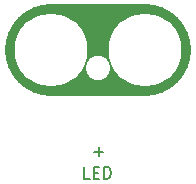
<source format=gto>
%TF.GenerationSoftware,KiCad,Pcbnew,4.0.5-e0-6337~49~ubuntu16.04.1*%
%TF.CreationDate,2017-02-14T01:13:16-08:00*%
%TF.ProjectId,2x2-LED-TH-5mm-Pitch,3278322D4C45442D54482D356D6D2D50,1.0*%
%TF.FileFunction,Legend,Top*%
%FSLAX46Y46*%
G04 Gerber Fmt 4.6, Leading zero omitted, Abs format (unit mm)*
G04 Created by KiCad (PCBNEW 4.0.5-e0-6337~49~ubuntu16.04.1) date Tue Feb 14 01:13:16 2017*
%MOMM*%
%LPD*%
G01*
G04 APERTURE LIST*
%ADD10C,0.350000*%
%ADD11C,7.800000*%
%ADD12C,0.150000*%
%ADD13C,2.152400*%
%ADD14C,2.052400*%
%ADD15C,6.152400*%
G04 APERTURE END LIST*
D10*
D11*
X138557000Y-96267000D02*
X130557000Y-96267000D01*
D12*
X133850143Y-107133381D02*
X133373952Y-107133381D01*
X133373952Y-106133381D01*
X134183476Y-106609571D02*
X134516810Y-106609571D01*
X134659667Y-107133381D02*
X134183476Y-107133381D01*
X134183476Y-106133381D01*
X134659667Y-106133381D01*
X135088238Y-107133381D02*
X135088238Y-106133381D01*
X135326333Y-106133381D01*
X135469191Y-106181000D01*
X135564429Y-106276238D01*
X135612048Y-106371476D01*
X135659667Y-106561952D01*
X135659667Y-106704810D01*
X135612048Y-106895286D01*
X135564429Y-106990524D01*
X135469191Y-107085762D01*
X135326333Y-107133381D01*
X135088238Y-107133381D01*
X134239048Y-104846429D02*
X135000953Y-104846429D01*
X134620001Y-105227381D02*
X134620001Y-104465476D01*
X134176048Y-93338429D02*
X134937953Y-93338429D01*
%LPC*%
D13*
X134557000Y-102767000D03*
D14*
X134557000Y-97767000D03*
D15*
X138557000Y-96267000D03*
X138557000Y-104267000D03*
X130557000Y-104267000D03*
X130557000Y-96267000D03*
M02*

</source>
